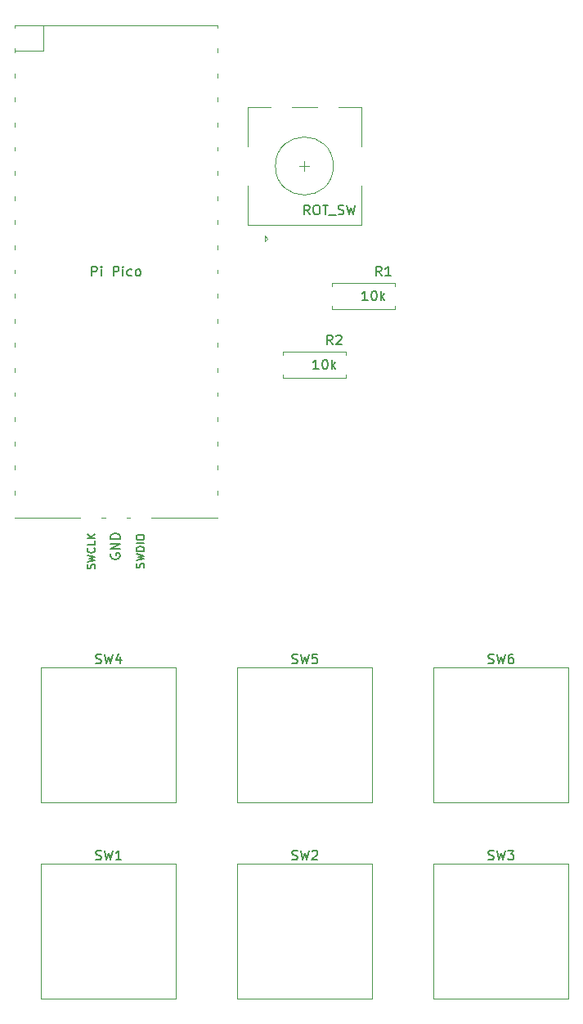
<source format=gbr>
G04 #@! TF.GenerationSoftware,KiCad,Pcbnew,5.1.5+dfsg1-2build2*
G04 #@! TF.CreationDate,2021-05-16T21:52:53+03:00*
G04 #@! TF.ProjectId,pico-mediakeeb,7069636f-2d6d-4656-9469-616b6565622e,v01*
G04 #@! TF.SameCoordinates,Original*
G04 #@! TF.FileFunction,Legend,Top*
G04 #@! TF.FilePolarity,Positive*
%FSLAX46Y46*%
G04 Gerber Fmt 4.6, Leading zero omitted, Abs format (unit mm)*
G04 Created by KiCad (PCBNEW 5.1.5+dfsg1-2build2) date 2021-05-16 21:52:53*
%MOMM*%
%LPD*%
G04 APERTURE LIST*
%ADD10C,0.150000*%
%ADD11C,0.120000*%
G04 APERTURE END LIST*
D10*
X78398761Y-88082380D02*
X77827333Y-88082380D01*
X78113047Y-88082380D02*
X78113047Y-87082380D01*
X78017809Y-87225238D01*
X77922571Y-87320476D01*
X77827333Y-87368095D01*
X79017809Y-87082380D02*
X79113047Y-87082380D01*
X79208285Y-87130000D01*
X79255904Y-87177619D01*
X79303523Y-87272857D01*
X79351142Y-87463333D01*
X79351142Y-87701428D01*
X79303523Y-87891904D01*
X79255904Y-87987142D01*
X79208285Y-88034761D01*
X79113047Y-88082380D01*
X79017809Y-88082380D01*
X78922571Y-88034761D01*
X78874952Y-87987142D01*
X78827333Y-87891904D01*
X78779714Y-87701428D01*
X78779714Y-87463333D01*
X78827333Y-87272857D01*
X78874952Y-87177619D01*
X78922571Y-87130000D01*
X79017809Y-87082380D01*
X79779714Y-88082380D02*
X79779714Y-87082380D01*
X79874952Y-87701428D02*
X80160666Y-88082380D01*
X80160666Y-87415714D02*
X79779714Y-87796666D01*
X83478761Y-80970380D02*
X82907333Y-80970380D01*
X83193047Y-80970380D02*
X83193047Y-79970380D01*
X83097809Y-80113238D01*
X83002571Y-80208476D01*
X82907333Y-80256095D01*
X84097809Y-79970380D02*
X84193047Y-79970380D01*
X84288285Y-80018000D01*
X84335904Y-80065619D01*
X84383523Y-80160857D01*
X84431142Y-80351333D01*
X84431142Y-80589428D01*
X84383523Y-80779904D01*
X84335904Y-80875142D01*
X84288285Y-80922761D01*
X84193047Y-80970380D01*
X84097809Y-80970380D01*
X84002571Y-80922761D01*
X83954952Y-80875142D01*
X83907333Y-80779904D01*
X83859714Y-80589428D01*
X83859714Y-80351333D01*
X83907333Y-80160857D01*
X83954952Y-80065619D01*
X84002571Y-80018000D01*
X84097809Y-79970380D01*
X84859714Y-80970380D02*
X84859714Y-79970380D01*
X84954952Y-80589428D02*
X85240666Y-80970380D01*
X85240666Y-80303714D02*
X84859714Y-80684666D01*
X56904000Y-107187904D02*
X56856380Y-107283142D01*
X56856380Y-107426000D01*
X56904000Y-107568857D01*
X56999238Y-107664095D01*
X57094476Y-107711714D01*
X57284952Y-107759333D01*
X57427809Y-107759333D01*
X57618285Y-107711714D01*
X57713523Y-107664095D01*
X57808761Y-107568857D01*
X57856380Y-107426000D01*
X57856380Y-107330761D01*
X57808761Y-107187904D01*
X57761142Y-107140285D01*
X57427809Y-107140285D01*
X57427809Y-107330761D01*
X57856380Y-106711714D02*
X56856380Y-106711714D01*
X57856380Y-106140285D01*
X56856380Y-106140285D01*
X57856380Y-105664095D02*
X56856380Y-105664095D01*
X56856380Y-105426000D01*
X56904000Y-105283142D01*
X56999238Y-105187904D01*
X57094476Y-105140285D01*
X57284952Y-105092666D01*
X57427809Y-105092666D01*
X57618285Y-105140285D01*
X57713523Y-105187904D01*
X57808761Y-105283142D01*
X57856380Y-105426000D01*
X57856380Y-105664095D01*
D11*
X90297000Y-132969000D02*
X90297000Y-118999000D01*
X104267000Y-132969000D02*
X90297000Y-132969000D01*
X104267000Y-118999000D02*
X104267000Y-132969000D01*
X90297000Y-118999000D02*
X104267000Y-118999000D01*
X69977000Y-132969000D02*
X69977000Y-118999000D01*
X83947000Y-132969000D02*
X69977000Y-132969000D01*
X83947000Y-118999000D02*
X83947000Y-132969000D01*
X69977000Y-118999000D02*
X83947000Y-118999000D01*
X49657000Y-132969000D02*
X49657000Y-118999000D01*
X63627000Y-132969000D02*
X49657000Y-132969000D01*
X63627000Y-118999000D02*
X63627000Y-132969000D01*
X49657000Y-118999000D02*
X63627000Y-118999000D01*
X90297000Y-153289000D02*
X90297000Y-139319000D01*
X104267000Y-153289000D02*
X90297000Y-153289000D01*
X104267000Y-139319000D02*
X104267000Y-153289000D01*
X90297000Y-139319000D02*
X104267000Y-139319000D01*
X69977000Y-153289000D02*
X69977000Y-139319000D01*
X83947000Y-153289000D02*
X69977000Y-153289000D01*
X83947000Y-139319000D02*
X83947000Y-153289000D01*
X69977000Y-139319000D02*
X83947000Y-139319000D01*
X49657000Y-153289000D02*
X49657000Y-139319000D01*
X63627000Y-153289000D02*
X49657000Y-153289000D01*
X63627000Y-139319000D02*
X63627000Y-153289000D01*
X49657000Y-139319000D02*
X63627000Y-139319000D01*
X79922000Y-67054000D02*
G75*
G03X79922000Y-67054000I-3000000J0D01*
G01*
X71022000Y-65054000D02*
X71022000Y-60954000D01*
X82822000Y-60954000D02*
X82822000Y-65054000D01*
X82822000Y-69054000D02*
X82822000Y-73154000D01*
X71022000Y-69054000D02*
X71022000Y-73154000D01*
X71022000Y-73154000D02*
X82822000Y-73154000D01*
X73122000Y-74554000D02*
X72822000Y-74854000D01*
X72822000Y-74854000D02*
X72822000Y-74254000D01*
X72822000Y-74254000D02*
X73122000Y-74554000D01*
X71022000Y-60954000D02*
X73422000Y-60954000D01*
X75622000Y-60954000D02*
X78222000Y-60954000D01*
X80422000Y-60954000D02*
X82822000Y-60954000D01*
X76422000Y-67054000D02*
X77422000Y-67054000D01*
X76922000Y-67554000D02*
X76922000Y-66554000D01*
X58504000Y-103478000D02*
X58904000Y-103478000D01*
X55904000Y-103478000D02*
X56304000Y-103478000D01*
X67904000Y-103478000D02*
X61104000Y-103478000D01*
X67904000Y-93078000D02*
X67904000Y-93478000D01*
X67904000Y-85378000D02*
X67904000Y-85778000D01*
X67904000Y-59978000D02*
X67904000Y-60378000D01*
X67904000Y-52478000D02*
X67904000Y-52778000D01*
X67904000Y-75278000D02*
X67904000Y-75678000D01*
X67904000Y-90478000D02*
X67904000Y-90878000D01*
X67904000Y-70178000D02*
X67904000Y-70578000D01*
X67904000Y-65078000D02*
X67904000Y-65478000D01*
X67904000Y-77778000D02*
X67904000Y-78178000D01*
X67904000Y-82878000D02*
X67904000Y-83278000D01*
X67904000Y-98078000D02*
X67904000Y-98478000D01*
X67904000Y-100678000D02*
X67904000Y-101078000D01*
X67904000Y-95578000D02*
X67904000Y-95978000D01*
X67904000Y-62578000D02*
X67904000Y-62978000D01*
X67904000Y-54878000D02*
X67904000Y-55278000D01*
X67904000Y-57478000D02*
X67904000Y-57878000D01*
X67904000Y-87978000D02*
X67904000Y-88378000D01*
X67904000Y-80278000D02*
X67904000Y-80678000D01*
X67904000Y-72678000D02*
X67904000Y-73078000D01*
X67904000Y-67578000D02*
X67904000Y-67978000D01*
X46904000Y-100678000D02*
X46904000Y-101078000D01*
X46904000Y-98078000D02*
X46904000Y-98478000D01*
X46904000Y-95578000D02*
X46904000Y-95978000D01*
X46904000Y-93078000D02*
X46904000Y-93478000D01*
X46904000Y-90478000D02*
X46904000Y-90878000D01*
X46904000Y-87978000D02*
X46904000Y-88378000D01*
X46904000Y-85378000D02*
X46904000Y-85778000D01*
X46904000Y-82878000D02*
X46904000Y-83278000D01*
X46904000Y-80278000D02*
X46904000Y-80678000D01*
X46904000Y-77778000D02*
X46904000Y-78178000D01*
X46904000Y-75278000D02*
X46904000Y-75678000D01*
X46904000Y-72678000D02*
X46904000Y-73078000D01*
X46904000Y-70178000D02*
X46904000Y-70578000D01*
X46904000Y-67578000D02*
X46904000Y-67978000D01*
X46904000Y-65078000D02*
X46904000Y-65478000D01*
X46904000Y-62578000D02*
X46904000Y-62978000D01*
X46904000Y-59978000D02*
X46904000Y-60378000D01*
X46904000Y-57478000D02*
X46904000Y-57878000D01*
X46904000Y-54878000D02*
X46904000Y-55278000D01*
X46904000Y-52478000D02*
X46904000Y-52778000D01*
X49911000Y-55145000D02*
X49911000Y-52478000D01*
X46904000Y-55145000D02*
X49911000Y-55145000D01*
X53704000Y-103478000D02*
X46904000Y-103478000D01*
X46904000Y-52478000D02*
X67904000Y-52478000D01*
X74708000Y-86260000D02*
X74708000Y-86590000D01*
X81248000Y-86260000D02*
X74708000Y-86260000D01*
X81248000Y-86590000D02*
X81248000Y-86260000D01*
X74708000Y-89000000D02*
X74708000Y-88670000D01*
X81248000Y-89000000D02*
X74708000Y-89000000D01*
X81248000Y-88670000D02*
X81248000Y-89000000D01*
X79788000Y-79148000D02*
X79788000Y-79478000D01*
X86328000Y-79148000D02*
X79788000Y-79148000D01*
X86328000Y-79478000D02*
X86328000Y-79148000D01*
X79788000Y-81888000D02*
X79788000Y-81558000D01*
X86328000Y-81888000D02*
X79788000Y-81888000D01*
X86328000Y-81558000D02*
X86328000Y-81888000D01*
D10*
X95948666Y-118514761D02*
X96091523Y-118562380D01*
X96329619Y-118562380D01*
X96424857Y-118514761D01*
X96472476Y-118467142D01*
X96520095Y-118371904D01*
X96520095Y-118276666D01*
X96472476Y-118181428D01*
X96424857Y-118133809D01*
X96329619Y-118086190D01*
X96139142Y-118038571D01*
X96043904Y-117990952D01*
X95996285Y-117943333D01*
X95948666Y-117848095D01*
X95948666Y-117752857D01*
X95996285Y-117657619D01*
X96043904Y-117610000D01*
X96139142Y-117562380D01*
X96377238Y-117562380D01*
X96520095Y-117610000D01*
X96853428Y-117562380D02*
X97091523Y-118562380D01*
X97282000Y-117848095D01*
X97472476Y-118562380D01*
X97710571Y-117562380D01*
X98520095Y-117562380D02*
X98329619Y-117562380D01*
X98234380Y-117610000D01*
X98186761Y-117657619D01*
X98091523Y-117800476D01*
X98043904Y-117990952D01*
X98043904Y-118371904D01*
X98091523Y-118467142D01*
X98139142Y-118514761D01*
X98234380Y-118562380D01*
X98424857Y-118562380D01*
X98520095Y-118514761D01*
X98567714Y-118467142D01*
X98615333Y-118371904D01*
X98615333Y-118133809D01*
X98567714Y-118038571D01*
X98520095Y-117990952D01*
X98424857Y-117943333D01*
X98234380Y-117943333D01*
X98139142Y-117990952D01*
X98091523Y-118038571D01*
X98043904Y-118133809D01*
X75628666Y-118514761D02*
X75771523Y-118562380D01*
X76009619Y-118562380D01*
X76104857Y-118514761D01*
X76152476Y-118467142D01*
X76200095Y-118371904D01*
X76200095Y-118276666D01*
X76152476Y-118181428D01*
X76104857Y-118133809D01*
X76009619Y-118086190D01*
X75819142Y-118038571D01*
X75723904Y-117990952D01*
X75676285Y-117943333D01*
X75628666Y-117848095D01*
X75628666Y-117752857D01*
X75676285Y-117657619D01*
X75723904Y-117610000D01*
X75819142Y-117562380D01*
X76057238Y-117562380D01*
X76200095Y-117610000D01*
X76533428Y-117562380D02*
X76771523Y-118562380D01*
X76962000Y-117848095D01*
X77152476Y-118562380D01*
X77390571Y-117562380D01*
X78247714Y-117562380D02*
X77771523Y-117562380D01*
X77723904Y-118038571D01*
X77771523Y-117990952D01*
X77866761Y-117943333D01*
X78104857Y-117943333D01*
X78200095Y-117990952D01*
X78247714Y-118038571D01*
X78295333Y-118133809D01*
X78295333Y-118371904D01*
X78247714Y-118467142D01*
X78200095Y-118514761D01*
X78104857Y-118562380D01*
X77866761Y-118562380D01*
X77771523Y-118514761D01*
X77723904Y-118467142D01*
X55308666Y-118514761D02*
X55451523Y-118562380D01*
X55689619Y-118562380D01*
X55784857Y-118514761D01*
X55832476Y-118467142D01*
X55880095Y-118371904D01*
X55880095Y-118276666D01*
X55832476Y-118181428D01*
X55784857Y-118133809D01*
X55689619Y-118086190D01*
X55499142Y-118038571D01*
X55403904Y-117990952D01*
X55356285Y-117943333D01*
X55308666Y-117848095D01*
X55308666Y-117752857D01*
X55356285Y-117657619D01*
X55403904Y-117610000D01*
X55499142Y-117562380D01*
X55737238Y-117562380D01*
X55880095Y-117610000D01*
X56213428Y-117562380D02*
X56451523Y-118562380D01*
X56642000Y-117848095D01*
X56832476Y-118562380D01*
X57070571Y-117562380D01*
X57880095Y-117895714D02*
X57880095Y-118562380D01*
X57642000Y-117514761D02*
X57403904Y-118229047D01*
X58022952Y-118229047D01*
X95948666Y-138834761D02*
X96091523Y-138882380D01*
X96329619Y-138882380D01*
X96424857Y-138834761D01*
X96472476Y-138787142D01*
X96520095Y-138691904D01*
X96520095Y-138596666D01*
X96472476Y-138501428D01*
X96424857Y-138453809D01*
X96329619Y-138406190D01*
X96139142Y-138358571D01*
X96043904Y-138310952D01*
X95996285Y-138263333D01*
X95948666Y-138168095D01*
X95948666Y-138072857D01*
X95996285Y-137977619D01*
X96043904Y-137930000D01*
X96139142Y-137882380D01*
X96377238Y-137882380D01*
X96520095Y-137930000D01*
X96853428Y-137882380D02*
X97091523Y-138882380D01*
X97282000Y-138168095D01*
X97472476Y-138882380D01*
X97710571Y-137882380D01*
X97996285Y-137882380D02*
X98615333Y-137882380D01*
X98282000Y-138263333D01*
X98424857Y-138263333D01*
X98520095Y-138310952D01*
X98567714Y-138358571D01*
X98615333Y-138453809D01*
X98615333Y-138691904D01*
X98567714Y-138787142D01*
X98520095Y-138834761D01*
X98424857Y-138882380D01*
X98139142Y-138882380D01*
X98043904Y-138834761D01*
X97996285Y-138787142D01*
X75628666Y-138834761D02*
X75771523Y-138882380D01*
X76009619Y-138882380D01*
X76104857Y-138834761D01*
X76152476Y-138787142D01*
X76200095Y-138691904D01*
X76200095Y-138596666D01*
X76152476Y-138501428D01*
X76104857Y-138453809D01*
X76009619Y-138406190D01*
X75819142Y-138358571D01*
X75723904Y-138310952D01*
X75676285Y-138263333D01*
X75628666Y-138168095D01*
X75628666Y-138072857D01*
X75676285Y-137977619D01*
X75723904Y-137930000D01*
X75819142Y-137882380D01*
X76057238Y-137882380D01*
X76200095Y-137930000D01*
X76533428Y-137882380D02*
X76771523Y-138882380D01*
X76962000Y-138168095D01*
X77152476Y-138882380D01*
X77390571Y-137882380D01*
X77723904Y-137977619D02*
X77771523Y-137930000D01*
X77866761Y-137882380D01*
X78104857Y-137882380D01*
X78200095Y-137930000D01*
X78247714Y-137977619D01*
X78295333Y-138072857D01*
X78295333Y-138168095D01*
X78247714Y-138310952D01*
X77676285Y-138882380D01*
X78295333Y-138882380D01*
X55308666Y-138834761D02*
X55451523Y-138882380D01*
X55689619Y-138882380D01*
X55784857Y-138834761D01*
X55832476Y-138787142D01*
X55880095Y-138691904D01*
X55880095Y-138596666D01*
X55832476Y-138501428D01*
X55784857Y-138453809D01*
X55689619Y-138406190D01*
X55499142Y-138358571D01*
X55403904Y-138310952D01*
X55356285Y-138263333D01*
X55308666Y-138168095D01*
X55308666Y-138072857D01*
X55356285Y-137977619D01*
X55403904Y-137930000D01*
X55499142Y-137882380D01*
X55737238Y-137882380D01*
X55880095Y-137930000D01*
X56213428Y-137882380D02*
X56451523Y-138882380D01*
X56642000Y-138168095D01*
X56832476Y-138882380D01*
X57070571Y-137882380D01*
X57975333Y-138882380D02*
X57403904Y-138882380D01*
X57689619Y-138882380D02*
X57689619Y-137882380D01*
X57594380Y-138025238D01*
X57499142Y-138120476D01*
X57403904Y-138168095D01*
X77478190Y-72080380D02*
X77144857Y-71604190D01*
X76906761Y-72080380D02*
X76906761Y-71080380D01*
X77287714Y-71080380D01*
X77382952Y-71128000D01*
X77430571Y-71175619D01*
X77478190Y-71270857D01*
X77478190Y-71413714D01*
X77430571Y-71508952D01*
X77382952Y-71556571D01*
X77287714Y-71604190D01*
X76906761Y-71604190D01*
X78097238Y-71080380D02*
X78287714Y-71080380D01*
X78382952Y-71128000D01*
X78478190Y-71223238D01*
X78525809Y-71413714D01*
X78525809Y-71747047D01*
X78478190Y-71937523D01*
X78382952Y-72032761D01*
X78287714Y-72080380D01*
X78097238Y-72080380D01*
X78002000Y-72032761D01*
X77906761Y-71937523D01*
X77859142Y-71747047D01*
X77859142Y-71413714D01*
X77906761Y-71223238D01*
X78002000Y-71128000D01*
X78097238Y-71080380D01*
X78811523Y-71080380D02*
X79382952Y-71080380D01*
X79097238Y-72080380D02*
X79097238Y-71080380D01*
X79478190Y-72175619D02*
X80240095Y-72175619D01*
X80430571Y-72032761D02*
X80573428Y-72080380D01*
X80811523Y-72080380D01*
X80906761Y-72032761D01*
X80954380Y-71985142D01*
X81002000Y-71889904D01*
X81002000Y-71794666D01*
X80954380Y-71699428D01*
X80906761Y-71651809D01*
X80811523Y-71604190D01*
X80621047Y-71556571D01*
X80525809Y-71508952D01*
X80478190Y-71461333D01*
X80430571Y-71366095D01*
X80430571Y-71270857D01*
X80478190Y-71175619D01*
X80525809Y-71128000D01*
X80621047Y-71080380D01*
X80859142Y-71080380D01*
X81002000Y-71128000D01*
X81335333Y-71080380D02*
X81573428Y-72080380D01*
X81763904Y-71366095D01*
X81954380Y-72080380D01*
X82192476Y-71080380D01*
X54904000Y-78430380D02*
X54904000Y-77430380D01*
X55284952Y-77430380D01*
X55380190Y-77478000D01*
X55427809Y-77525619D01*
X55475428Y-77620857D01*
X55475428Y-77763714D01*
X55427809Y-77858952D01*
X55380190Y-77906571D01*
X55284952Y-77954190D01*
X54904000Y-77954190D01*
X55904000Y-78430380D02*
X55904000Y-77763714D01*
X55904000Y-77430380D02*
X55856380Y-77478000D01*
X55904000Y-77525619D01*
X55951619Y-77478000D01*
X55904000Y-77430380D01*
X55904000Y-77525619D01*
X57142095Y-78430380D02*
X57142095Y-77430380D01*
X57523047Y-77430380D01*
X57618285Y-77478000D01*
X57665904Y-77525619D01*
X57713523Y-77620857D01*
X57713523Y-77763714D01*
X57665904Y-77858952D01*
X57618285Y-77906571D01*
X57523047Y-77954190D01*
X57142095Y-77954190D01*
X58142095Y-78430380D02*
X58142095Y-77763714D01*
X58142095Y-77430380D02*
X58094476Y-77478000D01*
X58142095Y-77525619D01*
X58189714Y-77478000D01*
X58142095Y-77430380D01*
X58142095Y-77525619D01*
X59046857Y-78382761D02*
X58951619Y-78430380D01*
X58761142Y-78430380D01*
X58665904Y-78382761D01*
X58618285Y-78335142D01*
X58570666Y-78239904D01*
X58570666Y-77954190D01*
X58618285Y-77858952D01*
X58665904Y-77811333D01*
X58761142Y-77763714D01*
X58951619Y-77763714D01*
X59046857Y-77811333D01*
X59618285Y-78430380D02*
X59523047Y-78382761D01*
X59475428Y-78335142D01*
X59427809Y-78239904D01*
X59427809Y-77954190D01*
X59475428Y-77858952D01*
X59523047Y-77811333D01*
X59618285Y-77763714D01*
X59761142Y-77763714D01*
X59856380Y-77811333D01*
X59904000Y-77858952D01*
X59951619Y-77954190D01*
X59951619Y-78239904D01*
X59904000Y-78335142D01*
X59856380Y-78382761D01*
X59761142Y-78430380D01*
X59618285Y-78430380D01*
X55187809Y-108743523D02*
X55225904Y-108629238D01*
X55225904Y-108438761D01*
X55187809Y-108362571D01*
X55149714Y-108324476D01*
X55073523Y-108286380D01*
X54997333Y-108286380D01*
X54921142Y-108324476D01*
X54883047Y-108362571D01*
X54844952Y-108438761D01*
X54806857Y-108591142D01*
X54768761Y-108667333D01*
X54730666Y-108705428D01*
X54654476Y-108743523D01*
X54578285Y-108743523D01*
X54502095Y-108705428D01*
X54464000Y-108667333D01*
X54425904Y-108591142D01*
X54425904Y-108400666D01*
X54464000Y-108286380D01*
X54425904Y-108019714D02*
X55225904Y-107829238D01*
X54654476Y-107676857D01*
X55225904Y-107524476D01*
X54425904Y-107334000D01*
X55149714Y-106572095D02*
X55187809Y-106610190D01*
X55225904Y-106724476D01*
X55225904Y-106800666D01*
X55187809Y-106914952D01*
X55111619Y-106991142D01*
X55035428Y-107029238D01*
X54883047Y-107067333D01*
X54768761Y-107067333D01*
X54616380Y-107029238D01*
X54540190Y-106991142D01*
X54464000Y-106914952D01*
X54425904Y-106800666D01*
X54425904Y-106724476D01*
X54464000Y-106610190D01*
X54502095Y-106572095D01*
X55225904Y-105848285D02*
X55225904Y-106229238D01*
X54425904Y-106229238D01*
X55225904Y-105581619D02*
X54425904Y-105581619D01*
X55225904Y-105124476D02*
X54768761Y-105467333D01*
X54425904Y-105124476D02*
X54883047Y-105581619D01*
X60267809Y-108629238D02*
X60305904Y-108514952D01*
X60305904Y-108324476D01*
X60267809Y-108248285D01*
X60229714Y-108210190D01*
X60153523Y-108172095D01*
X60077333Y-108172095D01*
X60001142Y-108210190D01*
X59963047Y-108248285D01*
X59924952Y-108324476D01*
X59886857Y-108476857D01*
X59848761Y-108553047D01*
X59810666Y-108591142D01*
X59734476Y-108629238D01*
X59658285Y-108629238D01*
X59582095Y-108591142D01*
X59544000Y-108553047D01*
X59505904Y-108476857D01*
X59505904Y-108286380D01*
X59544000Y-108172095D01*
X59505904Y-107905428D02*
X60305904Y-107714952D01*
X59734476Y-107562571D01*
X60305904Y-107410190D01*
X59505904Y-107219714D01*
X60305904Y-106914952D02*
X59505904Y-106914952D01*
X59505904Y-106724476D01*
X59544000Y-106610190D01*
X59620190Y-106534000D01*
X59696380Y-106495904D01*
X59848761Y-106457809D01*
X59963047Y-106457809D01*
X60115428Y-106495904D01*
X60191619Y-106534000D01*
X60267809Y-106610190D01*
X60305904Y-106724476D01*
X60305904Y-106914952D01*
X60305904Y-106114952D02*
X59505904Y-106114952D01*
X59505904Y-105581619D02*
X59505904Y-105429238D01*
X59544000Y-105353047D01*
X59620190Y-105276857D01*
X59772571Y-105238761D01*
X60039238Y-105238761D01*
X60191619Y-105276857D01*
X60267809Y-105353047D01*
X60305904Y-105429238D01*
X60305904Y-105581619D01*
X60267809Y-105657809D01*
X60191619Y-105734000D01*
X60039238Y-105772095D01*
X59772571Y-105772095D01*
X59620190Y-105734000D01*
X59544000Y-105657809D01*
X59505904Y-105581619D01*
X79843333Y-85542380D02*
X79510000Y-85066190D01*
X79271904Y-85542380D02*
X79271904Y-84542380D01*
X79652857Y-84542380D01*
X79748095Y-84590000D01*
X79795714Y-84637619D01*
X79843333Y-84732857D01*
X79843333Y-84875714D01*
X79795714Y-84970952D01*
X79748095Y-85018571D01*
X79652857Y-85066190D01*
X79271904Y-85066190D01*
X80224285Y-84637619D02*
X80271904Y-84590000D01*
X80367142Y-84542380D01*
X80605238Y-84542380D01*
X80700476Y-84590000D01*
X80748095Y-84637619D01*
X80795714Y-84732857D01*
X80795714Y-84828095D01*
X80748095Y-84970952D01*
X80176666Y-85542380D01*
X80795714Y-85542380D01*
X84923333Y-78430380D02*
X84590000Y-77954190D01*
X84351904Y-78430380D02*
X84351904Y-77430380D01*
X84732857Y-77430380D01*
X84828095Y-77478000D01*
X84875714Y-77525619D01*
X84923333Y-77620857D01*
X84923333Y-77763714D01*
X84875714Y-77858952D01*
X84828095Y-77906571D01*
X84732857Y-77954190D01*
X84351904Y-77954190D01*
X85875714Y-78430380D02*
X85304285Y-78430380D01*
X85590000Y-78430380D02*
X85590000Y-77430380D01*
X85494761Y-77573238D01*
X85399523Y-77668476D01*
X85304285Y-77716095D01*
M02*

</source>
